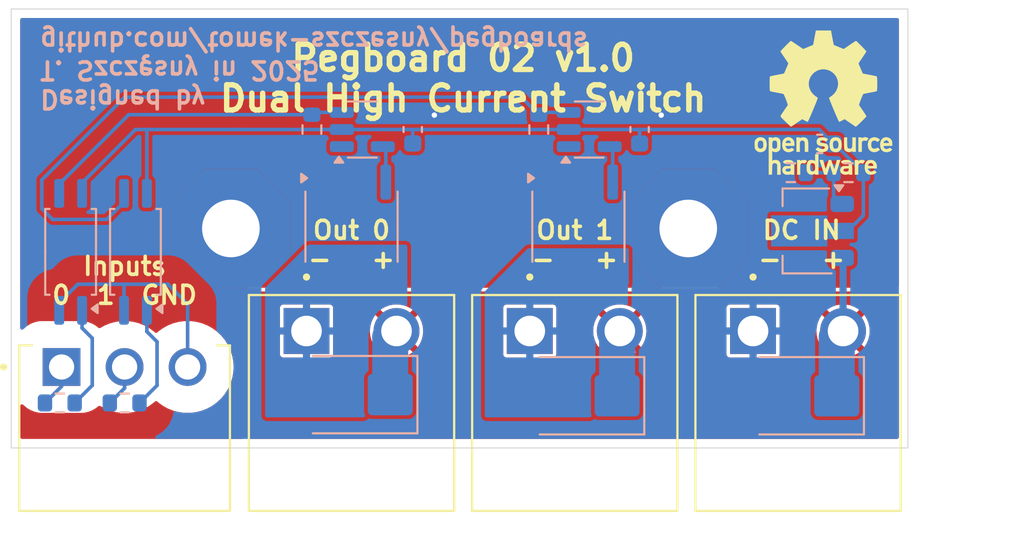
<source format=kicad_pcb>
(kicad_pcb (version 20240108) (generator "pcbnew") (generator_version "8.0")
  (layers (0 "F.Cu" signal) (31 "B.Cu" signal) (34 "B.Paste" user) (35 "F.Paste" user) (36 "B.SilkS" user "B.Silkscreen") (37 "F.SilkS" user "F.Silkscreen") (38 "B.Mask" user) (39 "F.Mask" user) (44 "Edge.Cuts" user))
  (net 0 "")
  (net 1 "GND")
  (net 2 "+12V")
  (net 3 "+24V")
  (net 4 "Net-(D3-A)")
  (net 5 "Net-(R2-Pad2)")
  (net 6 "Net-(U4-IN)")
  (net 8 "Net-(Q2-G)")
  (net 9 "Net-(R1-Pad2)")
  (net 10 "Net-(U5-IN)")
  (net 12 "Net-(Q1-G)")
  (net 13 "Net-(D2-A)")
  (net 14 "Net-(J2-Pin_1)")
  (net 15 "Net-(J2-Pin_2)")
  (net 16 "Net-(J2-Pin_3)")
  (net 17 "Net-(U3-ADJ)")
  (footprint "libs:CUI_TBP04R12-500-02BE" (layer "F.Cu") (at 194.4 132.7)
    (property "Reference" "J4" (hide yes))
    (property "Value" "CUI 5mm")
    (pad "1" thru_hole rect (at 0 0) (size 2.55 2.55) (drill 1.7) (layers "*.Cu" "*.Mask") (net 4 "Net-(D3-A)"))
    (pad "2" thru_hole circle (at 5 0) (size 2.55 2.55) (drill 1.7) (layers "*.Cu" "*.Mask") (net 3 "+24V"))
  )
  (footprint "libs:CUI_TBP04R12-500-02BE" (layer "F.Cu") (at 206.8 132.7)
    (property "Reference" "J1" (hide yes))
    (property "Value" "CUI 5mm")
    (pad "1" thru_hole rect (at 0 0) (size 2.55 2.55) (drill 1.7) (layers "*.Cu" "*.Mask") (net 1 "GND"))
    (pad "2" thru_hole circle (at 5 0) (size 2.55 2.55) (drill 1.7) (layers "*.Cu" "*.Mask") (net 3 "+24V"))
  )
  (footprint "libs:CUI_TBP04R12-500-02BE" (layer "F.Cu") (at 182 132.7)
    (property "Reference" "J3" (hide yes))
    (property "Value" "CUI 5mm")
    (pad "1" thru_hole rect (at 0 0) (size 2.55 2.55) (drill 1.7) (layers "*.Cu" "*.Mask") (net 13 "Net-(D2-A)"))
    (pad "2" thru_hole circle (at 5 0) (size 2.55 2.55) (drill 1.7) (layers "*.Cu" "*.Mask") (net 3 "+24V"))
  )
  (footprint "libs:CUI_TBP03R1-350-03BE" (layer "F.Cu") (at 168.3975 134.7)
    (property "Reference" "J2" (hide yes))
    (property "Value" "CUI 3.5mm")
    (pad "1" thru_hole rect (at 0 0) (size 2.1 2.1) (drill 1.4) (layers "*.Cu" "*.Mask") (net 14 "Net-(J2-Pin_1)"))
    (pad "2" thru_hole circle (at 3.5 0) (size 2.1 2.1) (drill 1.4) (layers "*.Cu" "*.Mask") (net 15 "Net-(J2-Pin_2)"))
    (pad "3" thru_hole circle (at 7 0) (size 2.1 2.1) (drill 1.4) (layers "*.Cu" "*.Mask") (net 16 "Net-(J2-Pin_3)"))
  )
  (footprint "Symbol:OSHW-Logo_7.5x8mm_SilkScreen" (layer "F.Cu") (at 210.7 120)
    (property "Reference" "SYM1" (hide yes))
    (property "Value" "Logo_Open_Hardware_Small" (hide yes))
  )
  (footprint "MountingHole:MountingHole_3.2mm_M3_DIN965_Pad" (layer "F.Cu") (at 203.2 127)
    (property "Reference" "H4" (hide yes))
    (property "Value" "M3")
    (pad "1" thru_hole circle (at 0 0) (size 5.6 5.6) (drill 3.2) (layers "*.Cu" "*.Mask") (net 1 "GND"))
  )
  (footprint "MountingHole:MountingHole_3.2mm_M3_DIN965_Pad" (layer "F.Cu") (at 177.8 127)
    (property "Reference" "H2" (hide yes))
    (property "Value" "M3")
    (pad "1" thru_hole circle (at 0 0) (size 5.6 5.6) (drill 3.2) (layers "*.Cu" "*.Mask") (net 1 "GND"))
  )
  (footprint "Resistor_SMD:R_0603_1608Metric" (layer "B.Cu") (at 208.9 123.9)
    (property "Reference" "R6" (hide yes))
    (property "Value" "13k")
    (pad "1" smd roundrect (at -0.825 0) (size 0.8 0.95) (layers "B.Cu" "B.Paste" "B.Mask") (net 1 "GND"))
    (pad "2" smd roundrect (at 0.825 0) (size 0.8 0.95) (layers "B.Cu" "B.Paste" "B.Mask") (net 17 "Net-(U3-ADJ)"))
  )
  (footprint "Diode_SMD:D_SMB" (layer "B.Cu") (at 197.1 136.3 180)
    (property "Reference" "D3" (hide yes))
    (property "Value" "B240")
    (pad "1" smd roundrect (at -2.15 0 180) (size 2.5 2.3) (layers "B.Cu" "B.Paste" "B.Mask") (roundrect_rratio 0.1086956522) (net 3 "+24V"))
    (pad "2" smd roundrect (at 2.15 0 180) (size 2.5 2.3) (layers "B.Cu" "B.Paste" "B.Mask") (roundrect_rratio 0.1086956522) (net 4 "Net-(D3-A)"))
  )
  (footprint "Resistor_SMD:R_0603_1608Metric" (layer "B.Cu") (at 194.9 121.5 -90)
    (property "Reference" "R4" (hide yes))
    (property "Value" "10k")
    (pad "1" smd roundrect (at -0.825 0 270) (size 0.8 0.95) (layers "B.Cu" "B.Paste" "B.Mask") (net 10 "Net-(U5-IN)"))
    (pad "2" smd roundrect (at 0.825 0 270) (size 0.8 0.95) (layers "B.Cu" "B.Paste" "B.Mask") (net 1 "GND"))
  )
  (footprint "Package_SO:SOIC-4_4.55x2.6mm_P1.27mm" (layer "B.Cu") (at 168.9 128.3 90)
    (property "Reference" "U1" (hide yes))
    (property "Value" "TLP291")
    (pad "1" smd roundrect (at -3.25 0.635 90) (size 1.6 0.55) (layers "B.Cu" "B.Paste" "B.Mask") (net 9 "Net-(R1-Pad2)"))
    (pad "2" smd roundrect (at -3.25 -0.635 90) (size 1.6 0.55) (layers "B.Cu" "B.Paste" "B.Mask") (net 16 "Net-(J2-Pin_3)"))
    (pad "3" smd roundrect (at 3.25 -0.635 90) (size 1.6 0.55) (layers "B.Cu" "B.Paste" "B.Mask") (net 6 "Net-(U4-IN)"))
    (pad "4" smd roundrect (at 3.25 0.635 90) (size 1.6 0.55) (layers "B.Cu" "B.Paste" "B.Mask") (net 2 "+12V"))
  )
  (footprint "Resistor_SMD:R_0603_1608Metric" (layer "B.Cu") (at 171.9 136.7)
    (property "Reference" "R2" (hide yes))
    (property "Value" "1k")
    (pad "1" smd roundrect (at -0.825 0) (size 0.8 0.95) (layers "B.Cu" "B.Paste" "B.Mask") (net 15 "Net-(J2-Pin_2)"))
    (pad "2" smd roundrect (at 0.825 0) (size 0.8 0.95) (layers "B.Cu" "B.Paste" "B.Mask") (net 5 "Net-(R2-Pad2)"))
  )
  (footprint "Package_SO:SOIC-8_3.9x4.9mm_P1.27mm" (layer "B.Cu") (at 184.5 126.9 -90)
    (property "Reference" "Q1" (hide yes))
    (property "Value" "IRF7403")
    (pad "1" smd roundrect (at -2.475 1.905 270) (size 1.95 0.6) (layers "B.Cu" "B.Paste" "B.Mask") (net 1 "GND"))
    (pad "2" smd roundrect (at -2.475 0.635 270) (size 1.95 0.6) (layers "B.Cu" "B.Paste" "B.Mask") (net 1 "GND"))
    (pad "3" smd roundrect (at -2.475 -0.635 270) (size 1.95 0.6) (layers "B.Cu" "B.Paste" "B.Mask") (net 1 "GND"))
    (pad "4" smd roundrect (at -2.475 -1.905 270) (size 1.95 0.6) (layers "B.Cu" "B.Paste" "B.Mask") (net 12 "Net-(Q1-G)"))
    (pad "5" smd roundrect (at 2.475 -1.905 270) (size 1.95 0.6) (layers "B.Cu" "B.Paste" "B.Mask") (net 13 "Net-(D2-A)"))
    (pad "6" smd roundrect (at 2.475 -0.635 270) (size 1.95 0.6) (layers "B.Cu" "B.Paste" "B.Mask") (net 13 "Net-(D2-A)"))
    (pad "7" smd roundrect (at 2.475 0.635 270) (size 1.95 0.6) (layers "B.Cu" "B.Paste" "B.Mask") (net 13 "Net-(D2-A)"))
    (pad "8" smd roundrect (at 2.475 1.905 270) (size 1.95 0.6) (layers "B.Cu" "B.Paste" "B.Mask") (net 13 "Net-(D2-A)"))
  )
  (footprint "Resistor_SMD:R_0603_1608Metric" (layer "B.Cu") (at 182.3 121.5 -90)
    (property "Reference" "R3" (hide yes))
    (property "Value" "10k")
    (pad "1" smd roundrect (at -0.825 0 270) (size 0.8 0.95) (layers "B.Cu" "B.Paste" "B.Mask") (net 6 "Net-(U4-IN)"))
    (pad "2" smd roundrect (at 0.825 0 270) (size 0.8 0.95) (layers "B.Cu" "B.Paste" "B.Mask") (net 1 "GND"))
  )
  (footprint "Package_SO:SOIC-4_4.55x2.6mm_P1.27mm" (layer "B.Cu") (at 172.5 128.3 90)
    (property "Reference" "U2" (hide yes))
    (property "Value" "TLP291")
    (pad "1" smd roundrect (at -3.25 0.635 90) (size 1.6 0.55) (layers "B.Cu" "B.Paste" "B.Mask") (net 5 "Net-(R2-Pad2)"))
    (pad "2" smd roundrect (at -3.25 -0.635 90) (size 1.6 0.55) (layers "B.Cu" "B.Paste" "B.Mask") (net 16 "Net-(J2-Pin_3)"))
    (pad "3" smd roundrect (at 3.25 -0.635 90) (size 1.6 0.55) (layers "B.Cu" "B.Paste" "B.Mask") (net 10 "Net-(U5-IN)"))
    (pad "4" smd roundrect (at 3.25 0.635 90) (size 1.6 0.55) (layers "B.Cu" "B.Paste" "B.Mask") (net 2 "+12V"))
  )
  (footprint "Diode_SMD:D_SMB" (layer "B.Cu") (at 209.3 136.3 180)
    (property "Reference" "D1" (hide yes))
    (property "Value" "SM6T30A")
    (pad "1" smd roundrect (at -2.15 0 180) (size 2.5 2.3) (layers "B.Cu" "B.Paste" "B.Mask") (roundrect_rratio 0.1086956522) (net 3 "+24V"))
    (pad "2" smd roundrect (at 2.15 0 180) (size 2.5 2.3) (layers "B.Cu" "B.Paste" "B.Mask") (roundrect_rratio 0.1086956522) (net 1 "GND"))
  )
  (footprint "Package_TO_SOT_SMD:SOT-23-5" (layer "B.Cu") (at 197.7 121.5)
    (property "Reference" "U5" (hide yes))
    (property "Value" "MCP1416")
    (pad "1" smd roundrect (at -1.1375 0.949999) (size 1.325 0.6) (layers "B.Cu" "B.Paste" "B.Mask"))
    (pad "2" smd roundrect (at -1.1375 0) (size 1.325 0.6) (layers "B.Cu" "B.Paste" "B.Mask") (net 2 "+12V"))
    (pad "3" smd roundrect (at -1.1375 -0.949999) (size 1.325 0.6) (layers "B.Cu" "B.Paste" "B.Mask") (net 10 "Net-(U5-IN)"))
    (pad "4" smd roundrect (at 1.1375 -0.949999) (size 1.325 0.6) (layers "B.Cu" "B.Paste" "B.Mask") (net 1 "GND"))
    (pad "5" smd roundrect (at 1.1375 0.949999) (size 1.325 0.6) (layers "B.Cu" "B.Paste" "B.Mask") (net 8 "Net-(Q2-G)"))
  )
  (footprint "Resistor_SMD:R_0603_1608Metric" (layer "B.Cu") (at 168.3 136.7)
    (property "Reference" "R1" (hide yes))
    (property "Value" "1k")
    (pad "1" smd roundrect (at -0.825 0) (size 0.8 0.95) (layers "B.Cu" "B.Paste" "B.Mask") (net 14 "Net-(J2-Pin_1)"))
    (pad "2" smd roundrect (at 0.825 0) (size 0.8 0.95) (layers "B.Cu" "B.Paste" "B.Mask") (net 9 "Net-(R1-Pad2)"))
  )
  (footprint "Package_TO_SOT_SMD:SOT-23-5" (layer "B.Cu") (at 185.1 121.5)
    (property "Reference" "U4" (hide yes))
    (property "Value" "MCP1416")
    (pad "1" smd roundrect (at -1.1375 0.949999) (size 1.325 0.6) (layers "B.Cu" "B.Paste" "B.Mask"))
    (pad "2" smd roundrect (at -1.1375 0) (size 1.325 0.6) (layers "B.Cu" "B.Paste" "B.Mask") (net 2 "+12V"))
    (pad "3" smd roundrect (at -1.1375 -0.949999) (size 1.325 0.6) (layers "B.Cu" "B.Paste" "B.Mask") (net 6 "Net-(U4-IN)"))
    (pad "4" smd roundrect (at 1.1375 -0.949999) (size 1.325 0.6) (layers "B.Cu" "B.Paste" "B.Mask") (net 1 "GND"))
    (pad "5" smd roundrect (at 1.1375 0.949999) (size 1.325 0.6) (layers "B.Cu" "B.Paste" "B.Mask") (net 12 "Net-(Q1-G)"))
  )
  (footprint "Package_TO_SOT_SMD:SOT-89-3" (layer "B.Cu") (at 209.8 127.1375 180)
    (property "Reference" "U3" (hide yes))
    (property "Value" "LM317L_SOT-89")
    (pad "1" smd roundrect (at -1.95 1.5 180) (size 1.3 0.9) (layers "B.Cu" "B.Paste" "B.Mask") (net 17 "Net-(U3-ADJ)"))
    (pad "2" smd custom (at -1.8625 0 180) (size 1.475 0.9) (layers "B.Cu" "B.Paste" "B.Mask") (net 2 "+12V") (options (clearance outline) (anchor rect)) (primitives (gr_poly (pts (xy 3.8625 -0.8665) (xy 0.7375 -0.8665) (xy 0.7375 0.8665) (xy 3.8625 0.8665)) (width 0) (fill yes))))
    (pad "3" smd roundrect (at -1.95 -1.5 180) (size 1.3 0.9) (layers "B.Cu" "B.Paste" "B.Mask") (net 3 "+24V"))
  )
  (footprint "Capacitor_SMD:C_0603_1608Metric" (layer "B.Cu") (at 210.5 122.3 180)
    (property "Reference" "C1" (hide yes))
    (property "Value" "1u 25V")
    (pad "1" smd roundrect (at -0.775 0 180) (size 0.9 0.95) (layers "B.Cu" "B.Paste" "B.Mask") (net 2 "+12V"))
    (pad "2" smd roundrect (at 0.775 0 180) (size 0.9 0.95) (layers "B.Cu" "B.Paste" "B.Mask") (net 1 "GND"))
  )
  (footprint "Capacitor_SMD:C_0603_1608Metric" (layer "B.Cu") (at 187.9 121.5 90)
    (property "Reference" "C2" (hide yes))
    (property "Value" "100n 25V")
    (pad "1" smd roundrect (at -0.775 0 90) (size 0.9 0.95) (layers "B.Cu" "B.Paste" "B.Mask") (net 2 "+12V"))
    (pad "2" smd roundrect (at 0.775 0 90) (size 0.9 0.95) (layers "B.Cu" "B.Paste" "B.Mask") (net 1 "GND"))
  )
  (footprint "Package_SO:SOIC-8_3.9x4.9mm_P1.27mm" (layer "B.Cu") (at 197.1 126.9 -90)
    (property "Reference" "Q2" (hide yes))
    (property "Value" "IRF7403")
    (pad "1" smd roundrect (at -2.475 1.905 270) (size 1.95 0.6) (layers "B.Cu" "B.Paste" "B.Mask") (net 1 "GND"))
    (pad "2" smd roundrect (at -2.475 0.635 270) (size 1.95 0.6) (layers "B.Cu" "B.Paste" "B.Mask") (net 1 "GND"))
    (pad "3" smd roundrect (at -2.475 -0.635 270) (size 1.95 0.6) (layers "B.Cu" "B.Paste" "B.Mask") (net 1 "GND"))
    (pad "4" smd roundrect (at -2.475 -1.905 270) (size 1.95 0.6) (layers "B.Cu" "B.Paste" "B.Mask") (net 8 "Net-(Q2-G)"))
    (pad "5" smd roundrect (at 2.475 -1.905 270) (size 1.95 0.6) (layers "B.Cu" "B.Paste" "B.Mask") (net 4 "Net-(D3-A)"))
    (pad "6" smd roundrect (at 2.475 -0.635 270) (size 1.95 0.6) (layers "B.Cu" "B.Paste" "B.Mask") (net 4 "Net-(D3-A)"))
    (pad "7" smd roundrect (at 2.475 0.635 270) (size 1.95 0.6) (layers "B.Cu" "B.Paste" "B.Mask") (net 4 "Net-(D3-A)"))
    (pad "8" smd roundrect (at 2.475 1.905 270) (size 1.95 0.6) (layers "B.Cu" "B.Paste" "B.Mask") (net 4 "Net-(D3-A)"))
  )
  (footprint "Capacitor_SMD:C_0603_1608Metric" (layer "B.Cu") (at 200.5 121.5 90)
    (property "Reference" "C3" (hide yes))
    (property "Value" "100n 25V")
    (pad "1" smd roundrect (at -0.775 0 90) (size 0.9 0.95) (layers "B.Cu" "B.Paste" "B.Mask") (net 2 "+12V"))
    (pad "2" smd roundrect (at 0.775 0 90) (size 0.9 0.95) (layers "B.Cu" "B.Paste" "B.Mask") (net 1 "GND"))
  )
  (footprint "Diode_SMD:D_SMB" (layer "B.Cu") (at 184.5 136.2375 180)
    (property "Reference" "D2" (hide yes))
    (property "Value" "B240")
    (pad "1" smd roundrect (at -2.15 0 180) (size 2.5 2.3) (layers "B.Cu" "B.Paste" "B.Mask") (roundrect_rratio 0.1086956522) (net 3 "+24V"))
    (pad "2" smd roundrect (at 2.15 0 180) (size 2.5 2.3) (layers "B.Cu" "B.Paste" "B.Mask") (roundrect_rratio 0.1086956522) (net 13 "Net-(D2-A)"))
  )
  (footprint "Resistor_SMD:R_0603_1608Metric" (layer "B.Cu") (at 212.1 123.9)
    (property "Reference" "R5" (hide yes))
    (property "Value" "1k5")
    (pad "1" smd roundrect (at -0.825 0) (size 0.8 0.95) (layers "B.Cu" "B.Paste" "B.Mask") (net 17 "Net-(U3-ADJ)"))
    (pad "2" smd roundrect (at 0.825 0) (size 0.8 0.95) (layers "B.Cu" "B.Paste" "B.Mask") (net 2 "+12V"))
  )
  (gr_line (start 165.6 139.2) (end 215.4 139.2) (stroke (width 0.05)) (layer "Edge.Cuts"))
  (gr_line (start 215.4 139.2) (end 215.4 114.8) (stroke (width 0.05)) (layer "Edge.Cuts"))
  (gr_line (start 165.6 139.2) (end 165.6 114.8) (stroke (width 0.05)) (layer "Edge.Cuts"))
  (gr_line (start 165.6 114.8) (end 215.4 114.8) (stroke (width 0.05)) (layer "Edge.Cuts"))
  (gr_text "Designed by \nT. Szczęsny in 2025\ngithub.com/tomek-szczesny/pegboards\n" (at 167.1 116 180) (layer "B.SilkS") (effects (font (size 1 1) (thickness 0.2) (bold yes)) (justify left bottom mirror)))
  (gr_text "Out 1\n-   +" (at 196.9 127.9 0) (layer "F.SilkS") (effects (font (size 1 1) (thickness 0.2) (bold yes))))
  (gr_text "Pegboard 02 v1.0\nDual High Current Switch" (at 190.7 120.6 0) (layer "F.SilkS") (effects (font (size 1.4 1.4) (thickness 0.3) (bold yes)) (justify bottom)))
  (gr_text "Inputs\n0  1  GND" (at 171.9 129.9 0) (layer "F.SilkS") (effects (font (size 1 1) (thickness 0.2) (bold yes))))
  (gr_text "DC IN\n-   +" (at 209.5 127.9 0) (layer "F.SilkS") (effects (font (size 1 1) (thickness 0.2) (bold yes))))
  (gr_text "Out 0\n-   +" (at 184.5 127.9 0) (layer "F.SilkS") (effects (font (size 1 1) (thickness 0.2) (bold yes))))
  (via (at 201.7 120.7) (size 0.6) (drill 0.3) (layers "F.Cu" "B.Cu") (net 1))
  (via (at 189.1 120.7) (size 0.6) (drill 0.3) (layers "F.Cu" "B.Cu") (net 1))
  (segment (start 200.325001 120.550001) (end 200.5 120.725) (width 0.2) (layer "B.Cu") (net 1))
  (segment (start 189.075 120.725) (end 189.1 120.7) (width 0.2) (layer "B.Cu") (net 1))
  (segment (start 186.2375 120.550001) (end 187.725001 120.550001) (width 0.2) (layer "B.Cu") (net 1))
  (segment (start 201.675 120.725) (end 201.7 120.7) (width 0.2) (layer "B.Cu") (net 1))
  (segment (start 187.725001 120.550001) (end 187.9 120.725) (width 0.2) (layer "B.Cu") (net 1))
  (segment (start 198.8375 120.550001) (end 200.325001 120.550001) (width 0.2) (layer "B.Cu") (net 1))
  (segment (start 194.9 122.325) (end 195.195 122.62) (width 0.2) (layer "B.Cu") (net 1))
  (segment (start 195.195 122.62) (end 195.195 124.425) (width 0.2) (layer "B.Cu") (net 1))
  (segment (start 187.9 120.725) (end 189.075 120.725) (width 0.2) (layer "B.Cu") (net 1))
  (segment (start 200.5 120.725) (end 201.675 120.725) (width 0.2) (layer "B.Cu") (net 1))
  (segment (start 187.9 121.5) (end 196.5625 121.5) (width 0.2) (layer "B.Cu") (net 2))
  (segment (start 173.135 125.05) (end 173.135 121.535) (width 0.2) (layer "B.Cu") (net 2))
  (segment (start 169.535 124.465) (end 172.5 121.5) (width 0.2) (layer "B.Cu") (net 2))
  (segment (start 200.5 121.5) (end 210.475 121.5) (width 0.2) (layer "B.Cu") (net 2))
  (segment (start 212.925 123.9) (end 212.925 126.275) (width 0.2) (layer "B.Cu") (net 2))
  (segment (start 169.535 125.05) (end 169.535 124.465) (width 0.2) (layer "B.Cu") (net 2))
  (segment (start 172.5 121.5) (end 173.1 121.5) (width 0.2) (layer "B.Cu") (net 2))
  (segment (start 211.325 122.3) (end 212.925 123.9) (width 0.2) (layer "B.Cu") (net 2))
  (segment (start 173.1 121.5) (end 178.3 121.5) (width 0.2) (layer "B.Cu") (net 2))
  (segment (start 173.135 121.535) (end 173.1 121.5) (width 0.2) (layer "B.Cu") (net 2))
  (segment (start 210.475 121.5) (end 211.275 122.3) (width 0.2) (layer "B.Cu") (net 2))
  (segment (start 169.535 125.05) (end 169.535 125.735) (width 0.2) (layer "B.Cu") (net 2))
  (segment (start 212.0625 127.1375) (end 211.6625 127.1375) (width 0.2) (layer "B.Cu") (net 2))
  (segment (start 187.9 122.275) (end 187.9 121.5) (width 0.2) (layer "B.Cu") (net 2))
  (segment (start 183.9625 121.5) (end 187.9 121.5) (width 0.2) (layer "B.Cu") (net 2))
  (segment (start 196.5625 121.5) (end 200.5 121.5) (width 0.2) (layer "B.Cu") (net 2))
  (segment (start 211.275 122.3) (end 211.325 122.3) (width 0.2) (layer "B.Cu") (net 2))
  (segment (start 200.5 122.275) (end 200.5 121.5) (width 0.2) (layer "B.Cu") (net 2))
  (segment (start 212.925 126.275) (end 212.0625 127.1375) (width 0.2) (layer "B.Cu") (net 2))
  (segment (start 178.3 121.5) (end 183.9625 121.5) (width 0.2) (layer "B.Cu") (net 2))
  (segment (start 211.8 132.7) (end 211.8 128.6875) (width 0.4) (layer "B.Cu") (net 3))
  (segment (start 211.45 136.3) (end 211.45 133.05) (width 2) (layer "B.Cu") (net 3))
  (segment (start 199.25 132.85) (end 199.4 132.7) (width 2) (layer "B.Cu") (net 3))
  (segment (start 211.8 128.6875) (end 211.75 128.6375) (width 0.4) (layer "B.Cu") (net 3))
  (segment (start 211.45 133.05) (end 211.8 132.7) (width 2) (layer "B.Cu") (net 3))
  (segment (start 199.25 136.3) (end 199.25 132.85) (width 2) (layer "B.Cu") (net 3))
  (segment (start 186.65 133.05) (end 187 132.7) (width 2) (layer "B.Cu") (net 3))
  (segment (start 186.65 136.2375) (end 186.65 133.05) (width 2) (layer "B.Cu") (net 3))
  (segment (start 173.7 133.3) (end 173.7 135.725) (width 0.2) (layer "B.Cu") (net 5))
  (segment (start 173.135 132.735) (end 173.7 133.3) (width 0.2) (layer "B.Cu") (net 5))
  (segment (start 173.7 135.725) (end 172.725 136.7) (width 0.2) (layer "B.Cu") (net 5))
  (segment (start 173.135 131.55) (end 173.135 132.735) (width 0.2) (layer "B.Cu") (net 5))
  (segment (start 168.265 125.05) (end 168.265 124.535) (width 0.2) (layer "B.Cu") (net 6))
  (segment (start 182.424999 120.550001) (end 182.3 120.675) (width 0.2) (layer "B.Cu") (net 6))
  (segment (start 172.125 120.675) (end 182.3 120.675) (width 0.2) (layer "B.Cu") (net 6))
  (segment (start 183.9625 120.550001) (end 182.424999 120.550001) (width 0.2) (layer "B.Cu") (net 6))
  (segment (start 168.265 124.535) (end 172.125 120.675) (width 0.2) (layer "B.Cu") (net 6))
  (segment (start 199.005 122.617499) (end 198.8375 122.449999) (width 0.2) (layer "B.Cu") (net 8))
  (segment (start 199.005 124.425) (end 199.005 122.617499) (width 0.2) (layer "B.Cu") (net 8))
  (segment (start 169.535 132.535) (end 170.1 133.1) (width 0.2) (layer "B.Cu") (net 9))
  (segment (start 170.1 135.725) (end 169.125 136.7) (width 0.2) (layer "B.Cu") (net 9))
  (segment (start 170.1 133.1) (end 170.1 135.725) (width 0.2) (layer "B.Cu") (net 9))
  (segment (start 169.535 131.55) (end 169.535 132.535) (width 0.2) (layer "B.Cu") (net 9))
  (segment (start 195.024999 120.550001) (end 194.9 120.675) (width 0.2) (layer "B.Cu") (net 10))
  (segment (start 171.865 125.05) (end 171.865 125.535) (width 0.2) (layer "B.Cu") (net 10))
  (segment (start 167.3 125.9) (end 167.3 124.3) (width 0.2) (layer "B.Cu") (net 10))
  (segment (start 167.9 126.5) (end 167.3 125.9) (width 0.2) (layer "B.Cu") (net 10))
  (segment (start 193.925 119.7) (end 194.9 120.675) (width 0.2) (layer "B.Cu") (net 10))
  (segment (start 171.865 125.535) (end 170.9 126.5) (width 0.2) (layer "B.Cu") (net 10))
  (segment (start 170.9 126.5) (end 167.9 126.5) (width 0.2) (layer "B.Cu") (net 10))
  (segment (start 171.9 119.7) (end 193.925 119.7) (width 0.2) (layer "B.Cu") (net 10))
  (segment (start 196.5625 120.550001) (end 195.024999 120.550001) (width 0.2) (layer "B.Cu") (net 10))
  (segment (start 167.3 124.3) (end 171.9 119.7) (width 0.2) (layer "B.Cu") (net 10))
  (segment (start 186.405 124.425) (end 186.405 122.617499) (width 0.2) (layer "B.Cu") (net 12))
  (segment (start 186.405 122.617499) (end 186.2375 122.449999) (width 0.2) (layer "B.Cu") (net 12))
  (segment (start 168.3975 135.7775) (end 167.475 136.7) (width 0.2) (layer "B.Cu") (net 14))
  (segment (start 168.3975 134.7) (end 168.3975 135.7775) (width 0.2) (layer "B.Cu") (net 14))
  (segment (start 171.8975 134.7) (end 171.8975 135.8775) (width 0.2) (layer "B.Cu") (net 15))
  (segment (start 171.8975 135.8775) (end 171.075 136.7) (width 0.2) (layer "B.Cu") (net 15))
  (segment (start 174.3 130.1) (end 171.9 130.1) (width 0.2) (layer "B.Cu") (net 16))
  (segment (start 175.3975 134.7) (end 175.3975 131.1975) (width 0.2) (layer "B.Cu") (net 16))
  (segment (start 168.265 131.135) (end 169.3 130.1) (width 0.2) (layer "B.Cu") (net 16))
  (segment (start 171.865 131.55) (end 171.865 130.135) (width 0.2) (layer "B.Cu") (net 16))
  (segment (start 171.865 130.135) (end 171.9 130.1) (width 0.2) (layer "B.Cu") (net 16))
  (segment (start 171.9 130.1) (end 169.3 130.1) (width 0.2) (layer "B.Cu") (net 16))
  (segment (start 168.265 131.55) (end 168.265 131.135) (width 0.2) (layer "B.Cu") (net 16))
  (segment (start 175.3975 131.1975) (end 174.3 130.1) (width 0.2) (layer "B.Cu") (net 16))
  (segment (start 211.275 123.9) (end 211.275 125.1625) (width 0.2) (layer "B.Cu") (net 17))
  (segment (start 209.725 123.9) (end 211.275 123.9) (width 0.2) (layer "B.Cu") (net 17))
  (segment (start 211.275 125.1625) (end 211.75 125.6375) (width 0.2) (layer "B.Cu") (net 17))
  (zone (net 3) (net_name "+24V") (layer "F.Cu") (priority 6) (connect_pads thru_hole_only (clearance 0.2)) (min_thickness 0.2) (fill yes (thermal_gap 0.2) (thermal_bridge_width 0.4))
    (polygon (pts (xy 178.7 139.7) (xy 178.7 130.5) (xy 216.5 130.5) (xy 216.5 139.7)))
  )
  (zone (net 1) (net_name "GND") (layers "F&B.Cu") (priority 5) (connect_pads thru_hole_only (clearance 0.2)) (min_thickness 0.2) (fill yes (thermal_gap 0.2) (thermal_bridge_width 0.4))
    (polygon (pts (xy 165.1 114.3) (xy 165.1 139.7) (xy 217.17 139.7) (xy 217.17 114.3)))
  )
  (zone (net 1) (net_name "GND") (layer "B.Cu") (priority 7) (connect_pads yes (clearance 0.2)) (min_thickness 0.2) (fill yes (thermal_gap 0.2) (thermal_bridge_width 0.4))
    (polygon (pts (xy 204.9 130.3) (xy 206.5 128.7) (xy 206.5 125.5) (xy 204.7 123.7) (xy 201.7 123.7) (xy 199.9 125.5) (xy 199.9 128.5) (xy 201.7 130.3)))
  )
  (zone (net 4) (net_name "Net-(D3-A)") (layer "B.Cu") (priority 8) (connect_pads thru_hole_only (clearance 0.2)) (min_thickness 0.2) (fill yes (thermal_gap 0.2) (thermal_bridge_width 0.4))
    (polygon (pts (xy 194.3 128.1) (xy 191.9 130.5) (xy 191.9 137.5) (xy 199.85 137.5) (xy 199.85 130.15) (xy 199.9 130.1) (xy 199.9 128.1)))
  )
  (zone (net 1) (net_name "GND") (layer "B.Cu") (priority 7) (connect_pads yes (clearance 0.2)) (min_thickness 0.2) (fill yes (thermal_gap 0.2) (thermal_bridge_width 0.4))
    (polygon (pts (xy 179.5 130.3) (xy 181.1 128.7) (xy 181.1 125.5) (xy 179.3 123.7) (xy 176.3 123.7) (xy 174.5 125.5) (xy 174.5 128.5) (xy 176.3 130.3)))
  )
  (zone (net 13) (net_name "Net-(D2-A)") (layer "B.Cu") (priority 8) (connect_pads thru_hole_only (clearance 0.2)) (min_thickness 0.2) (fill yes (thermal_gap 0.2) (thermal_bridge_width 0.4))
    (polygon (pts (xy 182.1 127.9) (xy 179.7 130.3) (xy 179.7 137.5) (xy 187.6 137.5) (xy 187.6 130) (xy 187.6 130) (xy 187.6 127.9)))
  )
)
</source>
